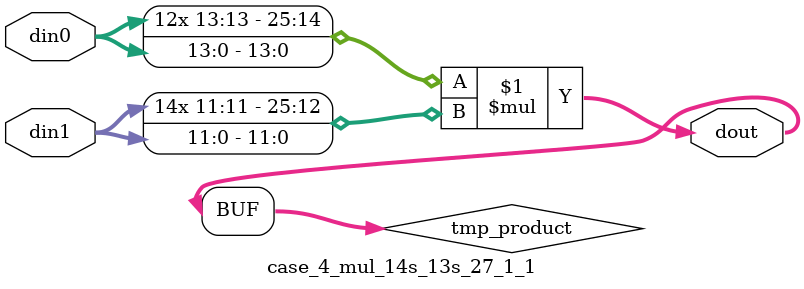
<source format=v>

`timescale 1 ns / 1 ps

 (* use_dsp = "no" *)  module case_4_mul_14s_13s_27_1_1(din0, din1, dout);
parameter ID = 1;
parameter NUM_STAGE = 0;
parameter din0_WIDTH = 14;
parameter din1_WIDTH = 12;
parameter dout_WIDTH = 26;

input [din0_WIDTH - 1 : 0] din0; 
input [din1_WIDTH - 1 : 0] din1; 
output [dout_WIDTH - 1 : 0] dout;

wire signed [dout_WIDTH - 1 : 0] tmp_product;



























assign tmp_product = $signed(din0) * $signed(din1);








assign dout = tmp_product;





















endmodule

</source>
